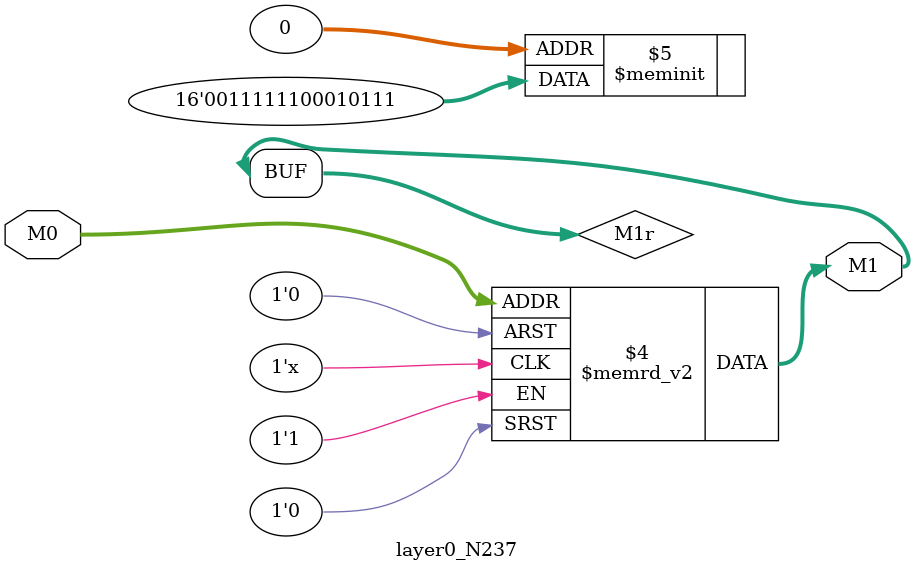
<source format=v>
module layer0_N237 ( input [2:0] M0, output [1:0] M1 );

	(*rom_style = "distributed" *) reg [1:0] M1r;
	assign M1 = M1r;
	always @ (M0) begin
		case (M0)
			3'b000: M1r = 2'b11;
			3'b100: M1r = 2'b11;
			3'b010: M1r = 2'b01;
			3'b110: M1r = 2'b11;
			3'b001: M1r = 2'b01;
			3'b101: M1r = 2'b11;
			3'b011: M1r = 2'b00;
			3'b111: M1r = 2'b00;

		endcase
	end
endmodule

</source>
